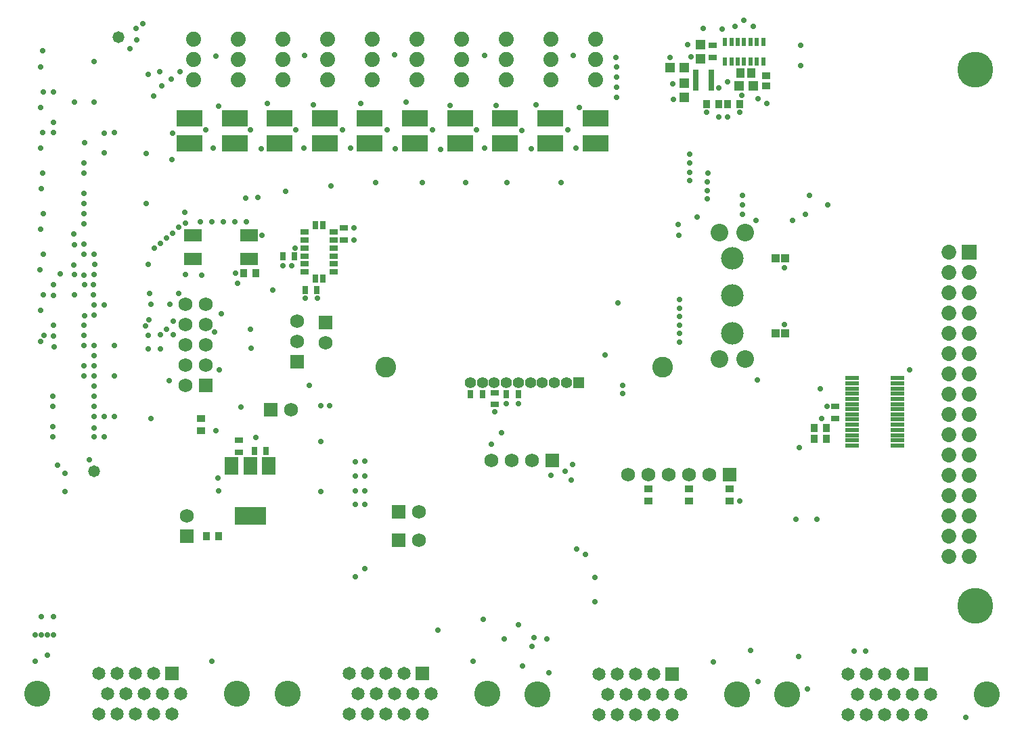
<source format=gts>
G04*
G04 #@! TF.GenerationSoftware,Altium Limited,Altium Designer,20.0.10 (225)*
G04*
G04 Layer_Color=8388736*
%FSLAX25Y25*%
%MOIN*%
G70*
G01*
G75*
%ADD19R,0.12800X0.08400*%
%ADD20R,0.02729X0.02572*%
%ADD21R,0.06600X0.02200*%
%ADD22R,0.06706X0.08674*%
%ADD23R,0.15761X0.08674*%
%ADD24R,0.04200X0.03000*%
%ADD25R,0.03000X0.04200*%
%ADD26R,0.08674X0.06312*%
%ADD27R,0.02375X0.04107*%
%ADD28R,0.02572X0.04147*%
%ADD29R,0.04147X0.02572*%
%ADD30R,0.03950X0.04343*%
%ADD31R,0.03556X0.04343*%
%ADD32R,0.04147X0.03556*%
%ADD33R,0.05131X0.05131*%
%ADD34R,0.05131X0.05131*%
%ADD35R,0.04343X0.04737*%
%ADD36R,0.04343X0.03556*%
%ADD37C,0.02800*%
%ADD38C,0.05800*%
%ADD39C,0.10249*%
%ADD40C,0.05556*%
%ADD41R,0.05556X0.05556*%
%ADD42C,0.12800*%
%ADD43C,0.06500*%
%ADD44R,0.06500X0.06500*%
%ADD45C,0.07400*%
%ADD46C,0.08700*%
%ADD47C,0.11100*%
%ADD48C,0.07296*%
%ADD49R,0.07296X0.07296*%
%ADD50R,0.06902X0.06902*%
%ADD51C,0.06902*%
%ADD52C,0.17700*%
%ADD53R,0.06902X0.06902*%
D19*
X88900Y345200D02*
D03*
Y332600D02*
D03*
X111111Y345200D02*
D03*
Y332600D02*
D03*
X133322Y345200D02*
D03*
Y332600D02*
D03*
X155533Y345200D02*
D03*
Y332600D02*
D03*
X177744Y345200D02*
D03*
Y332600D02*
D03*
X199955Y345200D02*
D03*
Y332600D02*
D03*
X222167Y345200D02*
D03*
Y332600D02*
D03*
X244378Y345200D02*
D03*
Y332600D02*
D03*
X266589Y345200D02*
D03*
Y332600D02*
D03*
X288800Y345200D02*
D03*
Y332600D02*
D03*
D20*
X345819Y362720D02*
D03*
Y365280D02*
D03*
Y367839D02*
D03*
Y360161D02*
D03*
X338181Y362720D02*
D03*
Y365280D02*
D03*
Y367839D02*
D03*
Y360161D02*
D03*
D21*
X437500Y183800D02*
D03*
Y186300D02*
D03*
Y188900D02*
D03*
Y191400D02*
D03*
Y194000D02*
D03*
Y196600D02*
D03*
Y199100D02*
D03*
Y201700D02*
D03*
Y204200D02*
D03*
Y206800D02*
D03*
Y209400D02*
D03*
Y211900D02*
D03*
Y214500D02*
D03*
Y217000D02*
D03*
X415300D02*
D03*
Y214500D02*
D03*
Y211900D02*
D03*
Y209400D02*
D03*
Y206800D02*
D03*
Y204200D02*
D03*
Y201700D02*
D03*
Y199100D02*
D03*
Y196600D02*
D03*
Y194000D02*
D03*
Y191400D02*
D03*
Y188900D02*
D03*
Y186300D02*
D03*
Y183800D02*
D03*
D22*
X118800Y173902D02*
D03*
X127855D02*
D03*
X109745D02*
D03*
D23*
X118800Y149098D02*
D03*
D24*
X145706Y289040D02*
D03*
Y285103D02*
D03*
Y281166D02*
D03*
Y277229D02*
D03*
Y273292D02*
D03*
Y269355D02*
D03*
X159806D02*
D03*
Y273292D02*
D03*
Y277229D02*
D03*
Y281166D02*
D03*
Y285103D02*
D03*
Y289040D02*
D03*
D25*
X150787Y266047D02*
D03*
X154724D02*
D03*
Y292347D02*
D03*
X150787D02*
D03*
D26*
X90720Y275594D02*
D03*
Y287405D02*
D03*
X118280D02*
D03*
Y275594D02*
D03*
D27*
X371535Y373224D02*
D03*
X368386D02*
D03*
X365236D02*
D03*
X362087D02*
D03*
X358937D02*
D03*
X355787D02*
D03*
X352638D02*
D03*
Y382634D02*
D03*
X355787D02*
D03*
X358937D02*
D03*
X362087D02*
D03*
X365236D02*
D03*
X368386D02*
D03*
X371535D02*
D03*
D28*
X126753Y181200D02*
D03*
X120847D02*
D03*
X145835Y260547D02*
D03*
X151740D02*
D03*
X140740Y277047D02*
D03*
X134835D02*
D03*
X250800Y209000D02*
D03*
X244895D02*
D03*
X227347Y209100D02*
D03*
X233253D02*
D03*
D29*
X113100Y186353D02*
D03*
Y180447D02*
D03*
X407000Y202953D02*
D03*
Y197047D02*
D03*
X165000Y290953D02*
D03*
Y285047D02*
D03*
X346500Y380953D02*
D03*
Y375047D02*
D03*
X239300Y203947D02*
D03*
Y209853D02*
D03*
D30*
X377438Y276100D02*
D03*
X382162D02*
D03*
X377438Y239100D02*
D03*
X382162D02*
D03*
D31*
X359953Y352000D02*
D03*
X354047D02*
D03*
X343547Y352000D02*
D03*
X349453D02*
D03*
X103153Y139100D02*
D03*
X97247D02*
D03*
X115547Y268700D02*
D03*
X121453D02*
D03*
X396547Y187000D02*
D03*
X402453D02*
D03*
X402453Y192500D02*
D03*
X396547D02*
D03*
D32*
X373000Y361039D02*
D03*
Y365961D02*
D03*
D33*
X340500Y374457D02*
D03*
Y381543D02*
D03*
X332500Y362543D02*
D03*
Y355457D02*
D03*
D34*
X359457Y361000D02*
D03*
X366543D02*
D03*
X332543Y370000D02*
D03*
X325457D02*
D03*
D35*
X365657Y367500D02*
D03*
X360343D02*
D03*
D36*
X355000Y156547D02*
D03*
Y162453D02*
D03*
X335000Y156547D02*
D03*
Y162453D02*
D03*
X315000Y156547D02*
D03*
Y162453D02*
D03*
X94500Y196953D02*
D03*
Y191047D02*
D03*
D37*
X397900Y147300D02*
D03*
X387700D02*
D03*
X389900Y381200D02*
D03*
Y371000D02*
D03*
X69346Y258700D02*
D03*
X83500D02*
D03*
X101800Y375653D02*
D03*
X68500Y238100D02*
D03*
X351300Y389000D02*
D03*
X326900Y362200D02*
D03*
X164225Y339275D02*
D03*
X299028Y375128D02*
D03*
X230133Y339353D02*
D03*
X334400Y381500D02*
D03*
X373300Y352500D02*
D03*
X360000Y348000D02*
D03*
X368900Y354800D02*
D03*
X239300Y200300D02*
D03*
X389100Y182900D02*
D03*
X158700Y311600D02*
D03*
X180600Y313400D02*
D03*
X399700Y211800D02*
D03*
X385850Y294650D02*
D03*
X392200Y297900D02*
D03*
X403100Y302500D02*
D03*
X242600Y190100D02*
D03*
X153600Y161000D02*
D03*
Y185900D02*
D03*
X368441Y216141D02*
D03*
X288500Y106600D02*
D03*
X329900Y287400D02*
D03*
X329600Y292800D02*
D03*
X339000Y296500D02*
D03*
X69800Y253500D02*
D03*
X59500Y379400D02*
D03*
X330200Y239040D02*
D03*
Y234900D02*
D03*
Y243180D02*
D03*
Y247320D02*
D03*
Y251460D02*
D03*
Y255600D02*
D03*
X299970Y253970D02*
D03*
X112700Y263600D02*
D03*
X121500Y187800D02*
D03*
X327400Y354500D02*
D03*
X361000Y356500D02*
D03*
X335900Y375500D02*
D03*
X80600Y337600D02*
D03*
X257500Y84700D02*
D03*
X368000Y294800D02*
D03*
X394100Y307000D02*
D03*
X361200Y297900D02*
D03*
Y302500D02*
D03*
Y307200D02*
D03*
X153600Y203500D02*
D03*
X52000Y338000D02*
D03*
X46900Y337900D02*
D03*
X41976Y352976D02*
D03*
X68500Y366600D02*
D03*
X32352Y352952D02*
D03*
X22000Y358000D02*
D03*
X62800Y383800D02*
D03*
X65982Y391818D02*
D03*
X259500Y351800D02*
D03*
X239900Y351400D02*
D03*
X217300D02*
D03*
X186370Y339530D02*
D03*
X195500Y353200D02*
D03*
X173100Y352300D02*
D03*
X150000Y351700D02*
D03*
X127100Y352300D02*
D03*
X212700Y329600D02*
D03*
X280900Y350400D02*
D03*
X279200Y330300D02*
D03*
X257100Y330200D02*
D03*
X234400Y330400D02*
D03*
X190300Y330100D02*
D03*
X224800Y313400D02*
D03*
X203700D02*
D03*
X299200Y355250D02*
D03*
Y370287D02*
D03*
Y365275D02*
D03*
Y360262D02*
D03*
X145500Y376100D02*
D03*
X168200Y330400D02*
D03*
X145300Y330300D02*
D03*
X119070Y339322D02*
D03*
X124400Y330200D02*
D03*
X100700Y330300D02*
D03*
X103200Y351200D02*
D03*
X96900Y339400D02*
D03*
X271900Y313400D02*
D03*
X245265D02*
D03*
X136400Y309000D02*
D03*
X122700Y306100D02*
D03*
X116500Y305800D02*
D03*
X86500Y298600D02*
D03*
X208700Y339500D02*
D03*
X111125Y294200D02*
D03*
X116800D02*
D03*
X252600Y339100D02*
D03*
X105450Y294200D02*
D03*
X71100Y356100D02*
D03*
X75152Y360952D02*
D03*
X79900Y364400D02*
D03*
X84311Y367991D02*
D03*
X94100Y294200D02*
D03*
X99775D02*
D03*
X111600Y268600D02*
D03*
X87000Y268000D02*
D03*
X83500Y291500D02*
D03*
X80500Y288500D02*
D03*
X77500Y286000D02*
D03*
X74500Y283500D02*
D03*
X42000Y188000D02*
D03*
X39600Y176700D02*
D03*
X41945Y192555D02*
D03*
X80300Y324900D02*
D03*
X141281Y339322D02*
D03*
X277039Y166650D02*
D03*
X170600Y119000D02*
D03*
X288500Y118800D02*
D03*
X279600Y132700D02*
D03*
X114319Y202575D02*
D03*
X41600Y263000D02*
D03*
X15500Y235200D02*
D03*
X17100Y238200D02*
D03*
X22000Y237900D02*
D03*
X21800Y243100D02*
D03*
X15500Y250500D02*
D03*
X16900Y258000D02*
D03*
X21900Y257900D02*
D03*
X22000Y263100D02*
D03*
X15400Y270500D02*
D03*
X31900Y272700D02*
D03*
X32300Y268000D02*
D03*
X37000Y267700D02*
D03*
X42200Y273000D02*
D03*
X42000Y268100D02*
D03*
X402900Y203000D02*
D03*
X266000Y71900D02*
D03*
X252900Y75100D02*
D03*
X471200Y49900D02*
D03*
X368900Y67400D02*
D03*
X16500Y378500D02*
D03*
X16799Y358116D02*
D03*
X37100Y333100D02*
D03*
X67600Y303000D02*
D03*
X37100Y263100D02*
D03*
X52000Y198200D02*
D03*
X360000Y156500D02*
D03*
X46800Y253100D02*
D03*
X68800Y245700D02*
D03*
X51800Y218000D02*
D03*
Y233150D02*
D03*
X67327Y242902D02*
D03*
X47000Y188000D02*
D03*
X42000Y278000D02*
D03*
X37000Y303000D02*
D03*
X37040Y322960D02*
D03*
X42000Y373000D02*
D03*
X400200Y197100D02*
D03*
X175300Y123100D02*
D03*
X103100Y161400D02*
D03*
X103000Y167600D02*
D03*
X170700Y154700D02*
D03*
X175300Y154800D02*
D03*
X175400Y161400D02*
D03*
X170600Y161300D02*
D03*
X344100Y318200D02*
D03*
X335168Y327407D02*
D03*
X335100Y323100D02*
D03*
Y318500D02*
D03*
Y314300D02*
D03*
X344000Y313900D02*
D03*
Y309300D02*
D03*
Y305500D02*
D03*
X86800Y293300D02*
D03*
X357500Y390550D02*
D03*
X361800Y393500D02*
D03*
X366500Y390500D02*
D03*
X416262Y82524D02*
D03*
X421962Y82324D02*
D03*
X365400Y82800D02*
D03*
X393400Y63800D02*
D03*
X388762Y79724D02*
D03*
X74107Y368093D02*
D03*
X62500Y389300D02*
D03*
X17000Y298000D02*
D03*
X25300Y268236D02*
D03*
X22000Y338000D02*
D03*
X32200Y282900D02*
D03*
X32000Y288000D02*
D03*
X347000Y77000D02*
D03*
X170600Y168800D02*
D03*
X170700Y175900D02*
D03*
X175400Y168800D02*
D03*
X175300Y176200D02*
D03*
X158000Y203500D02*
D03*
X119300Y231600D02*
D03*
X118800Y241000D02*
D03*
X145787Y256250D02*
D03*
X104500Y248871D02*
D03*
X101163Y239663D02*
D03*
X79282Y253482D02*
D03*
X41700Y258000D02*
D03*
X32300Y258054D02*
D03*
X79000Y215600D02*
D03*
X37100Y247900D02*
D03*
X15500Y330500D02*
D03*
X16000Y310500D02*
D03*
X17000Y278000D02*
D03*
X16500Y318000D02*
D03*
X15500Y290500D02*
D03*
X68500Y231450D02*
D03*
X74561D02*
D03*
X129800Y260400D02*
D03*
X139287Y272547D02*
D03*
X67600Y327600D02*
D03*
X94800Y267600D02*
D03*
X275400Y339400D02*
D03*
X284000Y130000D02*
D03*
X267000Y169000D02*
D03*
X277500Y174500D02*
D03*
X273965Y171000D02*
D03*
X148000Y213500D02*
D03*
X102000Y191000D02*
D03*
X42015Y208000D02*
D03*
X103500Y221000D02*
D03*
X37000Y218018D02*
D03*
X42000Y218000D02*
D03*
X37000Y233000D02*
D03*
X70000Y197000D02*
D03*
X42000Y203000D02*
D03*
X47000Y198000D02*
D03*
X42000Y213000D02*
D03*
X211229Y92607D02*
D03*
X233500Y98000D02*
D03*
X251000Y95500D02*
D03*
X258500Y89000D02*
D03*
X244000Y88500D02*
D03*
X265000D02*
D03*
X151764Y256274D02*
D03*
X354047Y345744D02*
D03*
X37000Y308000D02*
D03*
Y318000D02*
D03*
X68500Y273000D02*
D03*
X81000Y238500D02*
D03*
Y245000D02*
D03*
X302250Y213500D02*
D03*
Y209550D02*
D03*
X37000Y278000D02*
D03*
Y283000D02*
D03*
Y293000D02*
D03*
Y298000D02*
D03*
X293498Y228502D02*
D03*
X349437Y345634D02*
D03*
X349500Y360000D02*
D03*
X354000Y363000D02*
D03*
X325500Y375000D02*
D03*
X41982Y232982D02*
D03*
X37000Y238000D02*
D03*
X74500Y238500D02*
D03*
X77500Y241000D02*
D03*
X71500Y281000D02*
D03*
X37000Y223000D02*
D03*
X228500Y77273D02*
D03*
X100000Y77500D02*
D03*
X16000Y99500D02*
D03*
X22000D02*
D03*
X21997Y90376D02*
D03*
X19000Y90500D02*
D03*
X13000D02*
D03*
X16000D02*
D03*
X19000Y80500D02*
D03*
X13000Y77500D02*
D03*
X124500Y287500D02*
D03*
X27597Y169965D02*
D03*
X27500Y161036D02*
D03*
X24000Y174000D02*
D03*
X170000Y285000D02*
D03*
X42000Y198000D02*
D03*
X21700Y193000D02*
D03*
Y188000D02*
D03*
Y208000D02*
D03*
Y203000D02*
D03*
X22100Y232466D02*
D03*
X16750Y338000D02*
D03*
X37000Y243000D02*
D03*
X47000Y328000D02*
D03*
X22000Y343000D02*
D03*
X15500Y370500D02*
D03*
Y350500D02*
D03*
X42000Y228000D02*
D03*
X237500Y184500D02*
D03*
X250800Y204500D02*
D03*
X382000Y271500D02*
D03*
Y243500D02*
D03*
X42000Y253000D02*
D03*
Y248000D02*
D03*
Y223000D02*
D03*
X244800Y204500D02*
D03*
X343500Y348000D02*
D03*
X443500Y221000D02*
D03*
X170000Y291000D02*
D03*
X341803Y389461D02*
D03*
X140787Y281047D02*
D03*
X134787Y272547D02*
D03*
X189800Y376238D02*
D03*
X234300Y376153D02*
D03*
X277800D02*
D03*
D38*
X42000Y170949D02*
D03*
X54008Y385051D02*
D03*
D39*
X321957Y222277D02*
D03*
X185737D02*
D03*
D40*
X227272Y214600D02*
D03*
X233178D02*
D03*
X239084D02*
D03*
X244989D02*
D03*
X250894D02*
D03*
X256800D02*
D03*
X262705D02*
D03*
X268611D02*
D03*
X274517D02*
D03*
D41*
X280422D02*
D03*
D42*
X383200Y61100D02*
D03*
X481600D02*
D03*
X260300Y61000D02*
D03*
X358700D02*
D03*
X14000Y61500D02*
D03*
X112400D02*
D03*
X137300D02*
D03*
X235700D02*
D03*
D43*
X413400Y51100D02*
D03*
X422400D02*
D03*
X431400D02*
D03*
X440400D02*
D03*
X449400D02*
D03*
X417900Y61100D02*
D03*
X426900D02*
D03*
X435900D02*
D03*
X444900D02*
D03*
X453900D02*
D03*
X413400Y71100D02*
D03*
X422400D02*
D03*
X431400D02*
D03*
X440400D02*
D03*
X290500Y51000D02*
D03*
X299500D02*
D03*
X308500D02*
D03*
X317500D02*
D03*
X326500D02*
D03*
X295000Y61000D02*
D03*
X304000D02*
D03*
X313000D02*
D03*
X322000D02*
D03*
X331000D02*
D03*
X290500Y71000D02*
D03*
X299500D02*
D03*
X308500D02*
D03*
X317500D02*
D03*
X44200Y51500D02*
D03*
X53200D02*
D03*
X62200D02*
D03*
X71200D02*
D03*
X80200D02*
D03*
X48700Y61500D02*
D03*
X57700D02*
D03*
X66700D02*
D03*
X75700D02*
D03*
X84700D02*
D03*
X44200Y71500D02*
D03*
X53200D02*
D03*
X62200D02*
D03*
X71200D02*
D03*
X167500Y51500D02*
D03*
X176500D02*
D03*
X185500D02*
D03*
X194500D02*
D03*
X203500D02*
D03*
X172000Y61500D02*
D03*
X181000D02*
D03*
X190000D02*
D03*
X199000D02*
D03*
X208000D02*
D03*
X167500Y71500D02*
D03*
X176500D02*
D03*
X185500D02*
D03*
X194500D02*
D03*
D44*
X449400Y71100D02*
D03*
X326500Y71000D02*
D03*
X80200Y71500D02*
D03*
X203500D02*
D03*
D45*
X90800Y374153D02*
D03*
Y384153D02*
D03*
Y364153D02*
D03*
X112800Y374153D02*
D03*
Y384153D02*
D03*
Y364153D02*
D03*
X134800Y374153D02*
D03*
Y384153D02*
D03*
Y364153D02*
D03*
X156800Y374153D02*
D03*
Y384153D02*
D03*
Y364153D02*
D03*
X178800Y374153D02*
D03*
Y384153D02*
D03*
Y364153D02*
D03*
X200800Y374153D02*
D03*
Y384153D02*
D03*
Y364153D02*
D03*
X222800Y374153D02*
D03*
Y384153D02*
D03*
Y364153D02*
D03*
X244800Y374153D02*
D03*
Y384153D02*
D03*
Y364153D02*
D03*
X266800Y374153D02*
D03*
Y384153D02*
D03*
Y364153D02*
D03*
X288800Y374153D02*
D03*
Y384153D02*
D03*
Y364153D02*
D03*
D46*
X362600Y226500D02*
D03*
X350000D02*
D03*
Y288700D02*
D03*
X362600D02*
D03*
D47*
X356300Y239100D02*
D03*
Y276100D02*
D03*
Y257600D02*
D03*
D48*
X463000Y129000D02*
D03*
Y139000D02*
D03*
Y149000D02*
D03*
Y159000D02*
D03*
X473000Y129000D02*
D03*
Y139000D02*
D03*
Y149000D02*
D03*
Y159000D02*
D03*
X463000Y209000D02*
D03*
X473000D02*
D03*
X463000Y229000D02*
D03*
X473000D02*
D03*
X463000Y249000D02*
D03*
X473000D02*
D03*
X463000Y269000D02*
D03*
X473000D02*
D03*
X463000Y279000D02*
D03*
X473000Y259000D02*
D03*
X463000D02*
D03*
X473000Y239000D02*
D03*
X463000D02*
D03*
X473000Y219000D02*
D03*
X463000D02*
D03*
X473000Y199000D02*
D03*
X463000D02*
D03*
X473000Y189000D02*
D03*
X463000D02*
D03*
X473000Y179000D02*
D03*
X463000D02*
D03*
X473000Y169000D02*
D03*
X463000D02*
D03*
D49*
X473000Y279000D02*
D03*
D50*
X87700Y139100D02*
D03*
X97000Y213500D02*
D03*
X142000Y225000D02*
D03*
X156000Y244500D02*
D03*
D51*
X87700Y149100D02*
D03*
X97000Y223500D02*
D03*
Y233500D02*
D03*
Y243500D02*
D03*
Y253500D02*
D03*
X87000Y213500D02*
D03*
Y223500D02*
D03*
Y233500D02*
D03*
Y243500D02*
D03*
Y253500D02*
D03*
X139000Y201500D02*
D03*
X237500Y176500D02*
D03*
X247500D02*
D03*
X257500D02*
D03*
X142000Y235000D02*
D03*
Y245000D02*
D03*
X156000Y234500D02*
D03*
X202000Y137100D02*
D03*
Y151000D02*
D03*
X305000Y169500D02*
D03*
X315000D02*
D03*
X325000D02*
D03*
X335000D02*
D03*
X345000D02*
D03*
D52*
X476000Y369000D02*
D03*
Y104700D02*
D03*
D53*
X129000Y201500D02*
D03*
X267500Y176500D02*
D03*
X192000Y137100D02*
D03*
Y151000D02*
D03*
X355000Y169500D02*
D03*
M02*

</source>
